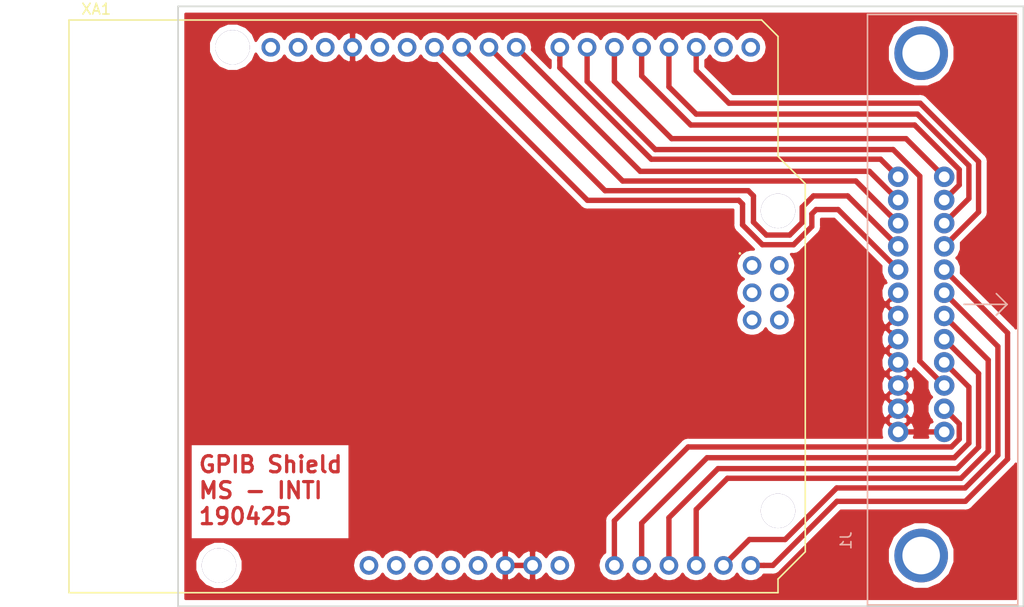
<source format=kicad_pcb>
(kicad_pcb (version 20171130) (host pcbnew 5.0.1-33cea8e~68~ubuntu18.04.1)

  (general
    (thickness 1.6)
    (drawings 5)
    (tracks 102)
    (zones 0)
    (modules 2)
    (nets 36)
  )

  (page A4)
  (layers
    (0 F.Cu signal)
    (31 B.Cu signal)
    (32 B.Adhes user)
    (33 F.Adhes user)
    (34 B.Paste user)
    (35 F.Paste user)
    (36 B.SilkS user)
    (37 F.SilkS user)
    (38 B.Mask user)
    (39 F.Mask user)
    (40 Dwgs.User user)
    (41 Cmts.User user)
    (42 Eco1.User user)
    (43 Eco2.User user)
    (44 Edge.Cuts user)
    (45 Margin user)
    (46 B.CrtYd user)
    (47 F.CrtYd user)
    (48 B.Fab user)
    (49 F.Fab user)
  )

  (setup
    (last_trace_width 0.5)
    (trace_clearance 0.4)
    (zone_clearance 0.508)
    (zone_45_only no)
    (trace_min 0.2)
    (segment_width 0.2)
    (edge_width 0.15)
    (via_size 0.8)
    (via_drill 0.4)
    (via_min_size 0.4)
    (via_min_drill 0.3)
    (uvia_size 0.3)
    (uvia_drill 0.1)
    (uvias_allowed no)
    (uvia_min_size 0.2)
    (uvia_min_drill 0.1)
    (pcb_text_width 0.3)
    (pcb_text_size 1.5 1.5)
    (mod_edge_width 0.15)
    (mod_text_size 1 1)
    (mod_text_width 0.15)
    (pad_size 3.2 3.2)
    (pad_drill 3.2)
    (pad_to_mask_clearance 0.051)
    (solder_mask_min_width 0.25)
    (aux_axis_origin 0 0)
    (visible_elements FFFFFF7F)
    (pcbplotparams
      (layerselection 0x010fc_ffffffff)
      (usegerberextensions false)
      (usegerberattributes false)
      (usegerberadvancedattributes false)
      (creategerberjobfile false)
      (excludeedgelayer true)
      (linewidth 0.100000)
      (plotframeref false)
      (viasonmask false)
      (mode 1)
      (useauxorigin false)
      (hpglpennumber 1)
      (hpglpenspeed 20)
      (hpglpendiameter 15.000000)
      (psnegative false)
      (psa4output false)
      (plotreference true)
      (plotvalue true)
      (plotinvisibletext false)
      (padsonsilk false)
      (subtractmaskfromsilk false)
      (outputformat 1)
      (mirror false)
      (drillshape 1)
      (scaleselection 1)
      (outputdirectory "export"))
  )

  (net 0 "")
  (net 1 "Net-(XA1-PadRST2)")
  (net 2 "Net-(XA1-PadGND4)")
  (net 3 "Net-(XA1-PadMOSI)")
  (net 4 "Net-(XA1-PadSCK)")
  (net 5 "Net-(XA1-Pad5V2)")
  (net 6 "Net-(XA1-PadVIN)")
  (net 7 "Net-(XA1-Pad5V1)")
  (net 8 "Net-(XA1-Pad3V3)")
  (net 9 "Net-(XA1-PadRST1)")
  (net 10 "Net-(XA1-PadIORF)")
  (net 11 "Net-(XA1-PadD0)")
  (net 12 "Net-(XA1-PadD1)")
  (net 13 "Net-(XA1-PadSCL)")
  (net 14 "Net-(XA1-PadSDA)")
  (net 15 "Net-(XA1-PadAREF)")
  (net 16 "Net-(XA1-PadD13)")
  (net 17 "Net-(XA1-PadMISO)")
  (net 18 /GND)
  (net 19 "Net-(XA1-PadD12)")
  (net 20 DIO1)
  (net 21 DIO2)
  (net 22 DIO3)
  (net 23 DIO4)
  (net 24 EOI)
  (net 25 DAV)
  (net 26 NRFD)
  (net 27 NDAC)
  (net 28 IFC)
  (net 29 SRQ)
  (net 30 ATN)
  (net 31 DIO5)
  (net 32 DIO6)
  (net 33 DIO7)
  (net 34 DIO8)
  (net 35 REN)

  (net_class Default "This is the default net class."
    (clearance 0.4)
    (trace_width 0.5)
    (via_dia 0.8)
    (via_drill 0.4)
    (uvia_dia 0.3)
    (uvia_drill 0.1)
    (add_net /GND)
    (add_net ATN)
    (add_net DAV)
    (add_net DIO1)
    (add_net DIO2)
    (add_net DIO3)
    (add_net DIO4)
    (add_net DIO5)
    (add_net DIO6)
    (add_net DIO7)
    (add_net DIO8)
    (add_net EOI)
    (add_net IFC)
    (add_net NDAC)
    (add_net NRFD)
    (add_net "Net-(XA1-Pad3V3)")
    (add_net "Net-(XA1-Pad5V1)")
    (add_net "Net-(XA1-Pad5V2)")
    (add_net "Net-(XA1-PadAREF)")
    (add_net "Net-(XA1-PadD0)")
    (add_net "Net-(XA1-PadD1)")
    (add_net "Net-(XA1-PadD12)")
    (add_net "Net-(XA1-PadD13)")
    (add_net "Net-(XA1-PadGND4)")
    (add_net "Net-(XA1-PadIORF)")
    (add_net "Net-(XA1-PadMISO)")
    (add_net "Net-(XA1-PadMOSI)")
    (add_net "Net-(XA1-PadRST1)")
    (add_net "Net-(XA1-PadRST2)")
    (add_net "Net-(XA1-PadSCK)")
    (add_net "Net-(XA1-PadSCL)")
    (add_net "Net-(XA1-PadSDA)")
    (add_net "Net-(XA1-PadVIN)")
    (add_net REN)
    (add_net SRQ)
  )

  (module gpib_connectors:112-024-113R001-GPIB (layer B.Cu) (tedit 5CCC9C46) (tstamp 5CEE2DE9)
    (at 170.815 109.67 270)
    (path /5CBE242E)
    (fp_text reference J1 (at 22 7 270) (layer B.SilkS)
      (effects (font (size 1 1) (thickness 0.15)) (justify mirror))
    )
    (fp_text value GPIB_connector (at 9 7 270) (layer B.Fab)
      (effects (font (size 1 1) (thickness 0.15)) (justify mirror))
    )
    (fp_line (start -27 5) (end 28 5) (layer B.SilkS) (width 0.15))
    (fp_line (start 28 5) (end 28 -9) (layer B.SilkS) (width 0.15))
    (fp_line (start -27 5) (end -27 -9) (layer B.SilkS) (width 0.15))
    (fp_line (start 0 -4) (end 0 -8) (layer B.SilkS) (width 0.15))
    (fp_line (start 0 -8) (end 1 -7) (layer B.SilkS) (width 0.15))
    (fp_line (start 1 -7) (end 0 -8) (layer B.SilkS) (width 0.15))
    (fp_line (start 0 -8) (end -1 -7) (layer B.SilkS) (width 0.15))
    (fp_line (start -27 -9) (end 28 -9) (layer B.SilkS) (width 0.15))
    (pad 1 thru_hole circle (at -11.88 -2.145 270) (size 1.9 1.9) (drill 1) (layers *.Cu *.Mask)
      (net 20 DIO1))
    (pad 2 thru_hole circle (at -9.72 -2.145 270) (size 1.9 1.9) (drill 1) (layers *.Cu *.Mask)
      (net 21 DIO2))
    (pad 3 thru_hole circle (at -7.56 -2.145 270) (size 1.9 1.9) (drill 1) (layers *.Cu *.Mask)
      (net 22 DIO3))
    (pad 4 thru_hole circle (at -5.4 -2.145 270) (size 1.9 1.9) (drill 1) (layers *.Cu *.Mask)
      (net 23 DIO4))
    (pad 5 thru_hole circle (at -3.24 -2.145 270) (size 1.9 1.9) (drill 1) (layers *.Cu *.Mask)
      (net 24 EOI))
    (pad 6 thru_hole circle (at -1.08 -2.145 270) (size 1.9 1.9) (drill 1) (layers *.Cu *.Mask)
      (net 25 DAV))
    (pad 7 thru_hole circle (at 1.08 -2.145 270) (size 1.9 1.9) (drill 1) (layers *.Cu *.Mask)
      (net 26 NRFD))
    (pad 8 thru_hole circle (at 3.24 -2.145 270) (size 1.9 1.9) (drill 1) (layers *.Cu *.Mask)
      (net 27 NDAC))
    (pad 9 thru_hole circle (at 5.4 -2.145 270) (size 1.9 1.9) (drill 1) (layers *.Cu *.Mask)
      (net 28 IFC))
    (pad 10 thru_hole circle (at 7.56 -2.145 270) (size 1.9 1.9) (drill 1) (layers *.Cu *.Mask)
      (net 29 SRQ))
    (pad 11 thru_hole circle (at 9.72 -2.145 270) (size 1.9 1.9) (drill 1) (layers *.Cu *.Mask)
      (net 30 ATN))
    (pad 12 thru_hole circle (at 11.88 -2.145 270) (size 1.9 1.9) (drill 1) (layers *.Cu *.Mask)
      (net 18 /GND))
    (pad 13 thru_hole circle (at -11.88 2.145 270) (size 1.9 1.9) (drill 1) (layers *.Cu *.Mask)
      (net 31 DIO5))
    (pad 14 thru_hole circle (at -9.72 2.145 270) (size 1.9 1.9) (drill 1) (layers *.Cu *.Mask)
      (net 32 DIO6))
    (pad 15 thru_hole circle (at -7.56 2.145 270) (size 1.9 1.9) (drill 1) (layers *.Cu *.Mask)
      (net 33 DIO7))
    (pad 16 thru_hole circle (at -5.4 2.145 270) (size 1.9 1.9) (drill 1) (layers *.Cu *.Mask)
      (net 34 DIO8))
    (pad 17 thru_hole circle (at -3.24 2.145 270) (size 1.9 1.9) (drill 1) (layers *.Cu *.Mask)
      (net 35 REN))
    (pad 18 thru_hole circle (at -1.08 2.145 270) (size 1.9 1.9) (drill 1) (layers *.Cu *.Mask)
      (net 18 /GND))
    (pad 19 thru_hole circle (at 1.08 2.145 270) (size 1.9 1.9) (drill 1) (layers *.Cu *.Mask)
      (net 18 /GND))
    (pad 20 thru_hole circle (at 3.24 2.145 270) (size 1.9 1.9) (drill 1) (layers *.Cu *.Mask)
      (net 18 /GND))
    (pad 21 thru_hole circle (at 5.4 2.145 270) (size 1.9 1.9) (drill 1) (layers *.Cu *.Mask)
      (net 18 /GND))
    (pad 22 thru_hole circle (at 7.56 2.145 270) (size 1.9 1.9) (drill 1) (layers *.Cu *.Mask)
      (net 18 /GND))
    (pad 23 thru_hole circle (at 9.72 2.145 270) (size 1.9 1.9) (drill 1) (layers *.Cu *.Mask)
      (net 18 /GND))
    (pad 24 thru_hole circle (at 11.88 2.145 270) (size 1.9 1.9) (drill 1) (layers *.Cu *.Mask)
      (net 18 /GND))
    (pad "" thru_hole circle (at -23.395 0 270) (size 5 5) (drill 3.5) (layers *.Cu *.Mask))
    (pad "" thru_hole circle (at 23.395 0 270) (size 5 5) (drill 3.5) (layers *.Cu *.Mask))
  )

  (module Arduino:Arduino_Uno_Shield (layer F.Cu) (tedit 5CCC9D69) (tstamp 5CEE2A9E)
    (at 91.44 136.525)
    (descr https://store.arduino.cc/arduino-uno-rev3)
    (path /5CC1CE70)
    (fp_text reference XA1 (at 2.54 -54.356) (layer F.SilkS)
      (effects (font (size 1 1) (thickness 0.15)))
    )
    (fp_text value Arduino_Uno_Shield (at 15.494 -54.356) (layer F.Fab)
      (effects (font (size 1 1) (thickness 0.15)))
    )
    (fp_line (start 0 -53.34) (end 64.516 -53.34) (layer F.SilkS) (width 0.15))
    (fp_line (start 0 0) (end 66.04 0) (layer F.SilkS) (width 0.15))
    (fp_line (start 64.516 -53.34) (end 66.04 -51.816) (layer F.SilkS) (width 0.15))
    (fp_line (start 66.04 0) (end 66.04 -1.27) (layer F.SilkS) (width 0.15))
    (fp_line (start 66.04 -1.27) (end 68.58 -3.81) (layer F.SilkS) (width 0.15))
    (fp_line (start 68.58 -3.81) (end 68.58 -38.1) (layer F.SilkS) (width 0.15))
    (fp_line (start 68.58 -38.1) (end 66.04 -40.64) (layer F.SilkS) (width 0.15))
    (fp_line (start 66.04 -40.64) (end 66.04 -51.816) (layer F.SilkS) (width 0.15))
    (fp_line (start 0 -53.34) (end 0 0) (layer F.SilkS) (width 0.15))
    (fp_line (start -1.905 -12.065) (end 11.43 -12.065) (layer B.CrtYd) (width 0.15))
    (fp_line (start -1.905 -12.065) (end -1.905 -3.175) (layer B.CrtYd) (width 0.15))
    (fp_line (start -1.905 -3.175) (end 11.43 -3.175) (layer B.CrtYd) (width 0.15))
    (fp_line (start 11.43 -12.065) (end 11.43 -3.175) (layer B.CrtYd) (width 0.15))
    (fp_text user . (at 62.484 -32.004) (layer F.SilkS)
      (effects (font (size 1 1) (thickness 0.15)))
    )
    (fp_line (start -6.35 -43.815) (end -6.35 -32.385) (layer B.CrtYd) (width 0.15))
    (fp_line (start 9.525 -43.815) (end 9.525 -32.385) (layer B.CrtYd) (width 0.15))
    (fp_line (start 9.525 -43.815) (end -6.35 -43.815) (layer B.CrtYd) (width 0.15))
    (fp_line (start 9.525 -32.385) (end -6.35 -32.385) (layer B.CrtYd) (width 0.15))
    (pad MISO thru_hole oval (at 63.627 -30.48) (size 1.7272 1.7272) (drill 1.016) (layers *.Cu *.Mask)
      (net 17 "Net-(XA1-PadMISO)"))
    (pad A5 thru_hole oval (at 63.5 -2.54) (size 1.7272 1.7272) (drill 1.016) (layers *.Cu *.Mask)
      (net 24 EOI))
    (pad A4 thru_hole oval (at 60.96 -2.54) (size 1.7272 1.7272) (drill 1.016) (layers *.Cu *.Mask)
      (net 25 DAV))
    (pad A3 thru_hole oval (at 58.42 -2.54) (size 1.7272 1.7272) (drill 1.016) (layers *.Cu *.Mask)
      (net 26 NRFD))
    (pad A2 thru_hole oval (at 55.88 -2.54) (size 1.7272 1.7272) (drill 1.016) (layers *.Cu *.Mask)
      (net 27 NDAC))
    (pad A1 thru_hole oval (at 53.34 -2.54) (size 1.7272 1.7272) (drill 1.016) (layers *.Cu *.Mask)
      (net 28 IFC))
    (pad "" thru_hole oval (at 27.94 -2.54) (size 1.7272 1.7272) (drill 1.016) (layers *.Cu *.Mask))
    (pad D11 thru_hole oval (at 34.036 -50.8) (size 1.7272 1.7272) (drill 1.016) (layers *.Cu *.Mask)
      (net 35 REN))
    (pad D12 thru_hole oval (at 31.496 -50.8) (size 1.7272 1.7272) (drill 1.016) (layers *.Cu *.Mask)
      (net 19 "Net-(XA1-PadD12)"))
    (pad D13 thru_hole oval (at 28.956 -50.8) (size 1.7272 1.7272) (drill 1.016) (layers *.Cu *.Mask)
      (net 16 "Net-(XA1-PadD13)"))
    (pad AREF thru_hole oval (at 23.876 -50.8) (size 1.7272 1.7272) (drill 1.016) (layers *.Cu *.Mask)
      (net 15 "Net-(XA1-PadAREF)"))
    (pad SDA thru_hole oval (at 21.336 -50.8) (size 1.7272 1.7272) (drill 1.016) (layers *.Cu *.Mask)
      (net 14 "Net-(XA1-PadSDA)"))
    (pad SCL thru_hole oval (at 18.796 -50.8) (size 1.7272 1.7272) (drill 1.016) (layers *.Cu *.Mask)
      (net 13 "Net-(XA1-PadSCL)"))
    (pad "" thru_hole circle (at 13.97 -2.54) (size 3.2 3.2) (drill 3.2) (layers *.Cu *.Mask))
    (pad "" thru_hole circle (at 15.24 -50.8) (size 3.2 3.2) (drill 3.2) (layers *.Cu *.Mask))
    (pad "" thru_hole circle (at 66.04 -35.56) (size 3.2 3.2) (drill 3.2) (layers *.Cu *.Mask))
    (pad "" thru_hole circle (at 66.04 -7.62) (size 3.2 3.2) (drill 3.2) (layers *.Cu *.Mask))
    (pad D10 thru_hole oval (at 36.576 -50.8) (size 1.7272 1.7272) (drill 1.016) (layers *.Cu *.Mask)
      (net 34 DIO8))
    (pad D9 thru_hole oval (at 39.116 -50.8) (size 1.7272 1.7272) (drill 1.016) (layers *.Cu *.Mask)
      (net 33 DIO7))
    (pad D8 thru_hole oval (at 41.656 -50.8) (size 1.7272 1.7272) (drill 1.016) (layers *.Cu *.Mask)
      (net 32 DIO6))
    (pad GND1 thru_hole oval (at 26.416 -50.8) (size 1.7272 1.7272) (drill 1.016) (layers *.Cu *.Mask)
      (net 18 /GND))
    (pad D7 thru_hole oval (at 45.72 -50.8) (size 1.7272 1.7272) (drill 1.016) (layers *.Cu *.Mask)
      (net 31 DIO5))
    (pad D6 thru_hole oval (at 48.26 -50.8) (size 1.7272 1.7272) (drill 1.016) (layers *.Cu *.Mask)
      (net 29 SRQ))
    (pad D5 thru_hole oval (at 50.8 -50.8) (size 1.7272 1.7272) (drill 1.016) (layers *.Cu *.Mask)
      (net 20 DIO1))
    (pad D4 thru_hole oval (at 53.34 -50.8) (size 1.7272 1.7272) (drill 1.016) (layers *.Cu *.Mask)
      (net 21 DIO2))
    (pad D3 thru_hole oval (at 55.88 -50.8) (size 1.7272 1.7272) (drill 1.016) (layers *.Cu *.Mask)
      (net 22 DIO3))
    (pad D2 thru_hole oval (at 58.42 -50.8) (size 1.7272 1.7272) (drill 1.016) (layers *.Cu *.Mask)
      (net 23 DIO4))
    (pad D1 thru_hole oval (at 60.96 -50.8) (size 1.7272 1.7272) (drill 1.016) (layers *.Cu *.Mask)
      (net 12 "Net-(XA1-PadD1)"))
    (pad D0 thru_hole oval (at 63.5 -50.8) (size 1.7272 1.7272) (drill 1.016) (layers *.Cu *.Mask)
      (net 11 "Net-(XA1-PadD0)"))
    (pad IORF thru_hole oval (at 30.48 -2.54) (size 1.7272 1.7272) (drill 1.016) (layers *.Cu *.Mask)
      (net 10 "Net-(XA1-PadIORF)"))
    (pad RST1 thru_hole oval (at 33.02 -2.54) (size 1.7272 1.7272) (drill 1.016) (layers *.Cu *.Mask)
      (net 9 "Net-(XA1-PadRST1)"))
    (pad 3V3 thru_hole oval (at 35.56 -2.54) (size 1.7272 1.7272) (drill 1.016) (layers *.Cu *.Mask)
      (net 8 "Net-(XA1-Pad3V3)"))
    (pad 5V1 thru_hole oval (at 38.1 -2.54) (size 1.7272 1.7272) (drill 1.016) (layers *.Cu *.Mask)
      (net 7 "Net-(XA1-Pad5V1)"))
    (pad GND2 thru_hole oval (at 40.64 -2.54) (size 1.7272 1.7272) (drill 1.016) (layers *.Cu *.Mask)
      (net 18 /GND))
    (pad GND3 thru_hole oval (at 43.18 -2.54) (size 1.7272 1.7272) (drill 1.016) (layers *.Cu *.Mask)
      (net 18 /GND))
    (pad VIN thru_hole oval (at 45.72 -2.54) (size 1.7272 1.7272) (drill 1.016) (layers *.Cu *.Mask)
      (net 6 "Net-(XA1-PadVIN)"))
    (pad A0 thru_hole oval (at 50.8 -2.54) (size 1.7272 1.7272) (drill 1.016) (layers *.Cu *.Mask)
      (net 30 ATN))
    (pad 5V2 thru_hole oval (at 66.167 -30.48) (size 1.7272 1.7272) (drill 1.016) (layers *.Cu *.Mask)
      (net 5 "Net-(XA1-Pad5V2)"))
    (pad SCK thru_hole oval (at 63.627 -27.94) (size 1.7272 1.7272) (drill 1.016) (layers *.Cu *.Mask)
      (net 4 "Net-(XA1-PadSCK)"))
    (pad MOSI thru_hole oval (at 66.167 -27.94) (size 1.7272 1.7272) (drill 1.016) (layers *.Cu *.Mask)
      (net 3 "Net-(XA1-PadMOSI)"))
    (pad GND4 thru_hole oval (at 66.167 -25.4) (size 1.7272 1.7272) (drill 1.016) (layers *.Cu *.Mask)
      (net 2 "Net-(XA1-PadGND4)"))
    (pad RST2 thru_hole oval (at 63.627 -25.4) (size 1.7272 1.7272) (drill 1.016) (layers *.Cu *.Mask)
      (net 1 "Net-(XA1-PadRST2)"))
  )

  (gr_line (start 180.34 81.915) (end 180.34 137.795) (layer Edge.Cuts) (width 0.15))
  (gr_line (start 101.6 81.915) (end 180.34 81.915) (layer Edge.Cuts) (width 0.15))
  (gr_line (start 180.34 137.795) (end 101.6 137.795) (layer Edge.Cuts) (width 0.15))
  (gr_line (start 101.6 137.795) (end 101.6 81.915) (layer Edge.Cuts) (width 0.15))
  (gr_text "GPIB Shield\nMS - INTI\n190425" (at 103.378 127) (layer F.Cu)
    (effects (font (size 1.5 1.5) (thickness 0.3)) (justify left))
  )

  (segment (start 142.24 88.9) (end 142.24 85.725) (width 0.5) (layer F.Cu) (net 20))
  (segment (start 147.574 94.234) (end 142.24 88.9) (width 0.5) (layer F.Cu) (net 20))
  (segment (start 172.96 97.79) (end 169.404 94.234) (width 0.5) (layer F.Cu) (net 20))
  (segment (start 169.404 94.234) (end 147.574 94.234) (width 0.5) (layer F.Cu) (net 20))
  (segment (start 149.352 92.964) (end 144.78 88.392) (width 0.5) (layer F.Cu) (net 21))
  (segment (start 170.206002 92.964) (end 149.352 92.964) (width 0.5) (layer F.Cu) (net 21))
  (segment (start 174.360001 97.117999) (end 170.206002 92.964) (width 0.5) (layer F.Cu) (net 21))
  (segment (start 144.78 88.392) (end 144.78 85.725) (width 0.5) (layer F.Cu) (net 21))
  (segment (start 172.96 99.95) (end 174.360001 98.549999) (width 0.5) (layer F.Cu) (net 21))
  (segment (start 174.360001 98.549999) (end 174.360001 97.117999) (width 0.5) (layer F.Cu) (net 21))
  (segment (start 147.32 89.408) (end 147.32 85.725) (width 0.5) (layer F.Cu) (net 22))
  (segment (start 175.26001 96.745202) (end 170.462808 91.948) (width 0.5) (layer F.Cu) (net 22))
  (segment (start 149.86 91.948) (end 147.32 89.408) (width 0.5) (layer F.Cu) (net 22))
  (segment (start 172.96 102.11) (end 175.260011 99.809989) (width 0.5) (layer F.Cu) (net 22))
  (segment (start 170.462808 91.948) (end 149.86 91.948) (width 0.5) (layer F.Cu) (net 22))
  (segment (start 175.260011 99.809989) (end 175.26001 96.745202) (width 0.5) (layer F.Cu) (net 22))
  (segment (start 176.160019 96.372405) (end 176.160019 101.069981) (width 0.5) (layer F.Cu) (net 23))
  (segment (start 170.719614 90.932) (end 176.160019 96.372405) (width 0.5) (layer F.Cu) (net 23))
  (segment (start 152.908 90.932) (end 170.719614 90.932) (width 0.5) (layer F.Cu) (net 23))
  (segment (start 149.86 85.725) (end 149.86 87.884) (width 0.5) (layer F.Cu) (net 23))
  (segment (start 176.160019 101.069981) (end 172.96 104.27) (width 0.5) (layer F.Cu) (net 23))
  (segment (start 149.86 87.884) (end 152.908 90.932) (width 0.5) (layer F.Cu) (net 23))
  (segment (start 178.860046 124.085986) (end 174.930032 128.016) (width 0.5) (layer F.Cu) (net 24))
  (segment (start 172.96 106.43) (end 178.860047 112.330047) (width 0.5) (layer F.Cu) (net 24))
  (segment (start 178.860047 112.330047) (end 178.860046 124.085986) (width 0.5) (layer F.Cu) (net 24))
  (segment (start 157.002808 133.985) (end 156.161314 133.985) (width 0.5) (layer F.Cu) (net 24))
  (segment (start 156.161314 133.985) (end 154.94 133.985) (width 0.5) (layer F.Cu) (net 24))
  (segment (start 162.971808 128.016) (end 157.002808 133.985) (width 0.5) (layer F.Cu) (net 24))
  (segment (start 174.930032 128.016) (end 162.971808 128.016) (width 0.5) (layer F.Cu) (net 24))
  (segment (start 177.960037 123.713189) (end 174.905206 126.76802) (width 0.5) (layer F.Cu) (net 25))
  (segment (start 172.96 108.59) (end 177.960038 113.590038) (width 0.5) (layer F.Cu) (net 25))
  (segment (start 177.960038 113.590038) (end 177.960037 123.713189) (width 0.5) (layer F.Cu) (net 25))
  (segment (start 162.946982 126.76802) (end 158.143002 131.572) (width 0.5) (layer F.Cu) (net 25))
  (segment (start 174.905206 126.76802) (end 162.946982 126.76802) (width 0.5) (layer F.Cu) (net 25))
  (segment (start 154.813 131.572) (end 152.4 133.985) (width 0.5) (layer F.Cu) (net 25))
  (segment (start 158.143002 131.572) (end 154.813 131.572) (width 0.5) (layer F.Cu) (net 25))
  (segment (start 149.86 128.778) (end 149.86 133.985) (width 0.5) (layer F.Cu) (net 26))
  (segment (start 152.76999 125.86801) (end 149.86 128.778) (width 0.5) (layer F.Cu) (net 26))
  (segment (start 174.53241 125.86801) (end 152.76999 125.86801) (width 0.5) (layer F.Cu) (net 26))
  (segment (start 172.96 110.75) (end 177.060028 114.850028) (width 0.5) (layer F.Cu) (net 26))
  (segment (start 177.060028 123.340392) (end 174.53241 125.86801) (width 0.5) (layer F.Cu) (net 26))
  (segment (start 177.060028 114.850028) (end 177.060028 123.340392) (width 0.5) (layer F.Cu) (net 26))
  (segment (start 174.159614 124.968) (end 151.892 124.968) (width 0.5) (layer F.Cu) (net 27))
  (segment (start 151.892 124.968) (end 147.32 129.54) (width 0.5) (layer F.Cu) (net 27))
  (segment (start 172.96 112.91) (end 176.16002 116.11002) (width 0.5) (layer F.Cu) (net 27))
  (segment (start 147.32 129.54) (end 147.32 133.985) (width 0.5) (layer F.Cu) (net 27))
  (segment (start 176.160019 122.967595) (end 174.159614 124.968) (width 0.5) (layer F.Cu) (net 27))
  (segment (start 176.16002 116.11002) (end 176.160019 122.967595) (width 0.5) (layer F.Cu) (net 27))
  (segment (start 175.26001 122.594798) (end 173.902808 123.952) (width 0.5) (layer F.Cu) (net 28))
  (segment (start 172.96 115.07) (end 175.260011 117.370011) (width 0.5) (layer F.Cu) (net 28))
  (segment (start 175.260011 117.370011) (end 175.26001 122.594798) (width 0.5) (layer F.Cu) (net 28))
  (segment (start 173.902808 123.952) (end 150.876 123.952) (width 0.5) (layer F.Cu) (net 28))
  (segment (start 144.78 130.048) (end 144.78 133.985) (width 0.5) (layer F.Cu) (net 28))
  (segment (start 150.876 123.952) (end 144.78 130.048) (width 0.5) (layer F.Cu) (net 28))
  (segment (start 139.7 88.9) (end 139.7 85.725) (width 0.5) (layer F.Cu) (net 29))
  (segment (start 146.05 95.25) (end 139.7 88.9) (width 0.5) (layer F.Cu) (net 29))
  (segment (start 168.202002 95.25) (end 146.05 95.25) (width 0.5) (layer F.Cu) (net 29))
  (segment (start 170.688 97.735998) (end 168.202002 95.25) (width 0.5) (layer F.Cu) (net 29))
  (segment (start 172.96 117.23) (end 170.688 114.958) (width 0.5) (layer F.Cu) (net 29))
  (segment (start 170.688 114.958) (end 170.688 97.735998) (width 0.5) (layer F.Cu) (net 29))
  (segment (start 142.24 129.822002) (end 142.24 133.985) (width 0.5) (layer F.Cu) (net 30))
  (segment (start 149.112001 122.950001) (end 142.24 129.822002) (width 0.5) (layer F.Cu) (net 30))
  (segment (start 173.632001 122.950001) (end 149.112001 122.950001) (width 0.5) (layer F.Cu) (net 30))
  (segment (start 172.96 119.39) (end 174.360001 120.790001) (width 0.5) (layer F.Cu) (net 30))
  (segment (start 174.360001 122.222001) (end 173.632001 122.950001) (width 0.5) (layer F.Cu) (net 30))
  (segment (start 174.360001 120.790001) (end 174.360001 122.222001) (width 0.5) (layer F.Cu) (net 30))
  (segment (start 168.67 97.79) (end 167.03001 96.15001) (width 0.5) (layer F.Cu) (net 31))
  (segment (start 137.16 87.632806) (end 137.16 86.946314) (width 0.5) (layer F.Cu) (net 31))
  (segment (start 137.16 86.946314) (end 137.16 85.725) (width 0.5) (layer F.Cu) (net 31))
  (segment (start 145.677203 96.150009) (end 137.16 87.632806) (width 0.5) (layer F.Cu) (net 31))
  (segment (start 167.03001 96.15001) (end 145.677203 96.150009) (width 0.5) (layer F.Cu) (net 31))
  (segment (start 168.67 99.95) (end 166.002 97.282) (width 0.5) (layer F.Cu) (net 32))
  (segment (start 144.653 97.282) (end 133.096 85.725) (width 0.5) (layer F.Cu) (net 32))
  (segment (start 166.002 97.282) (end 144.653 97.282) (width 0.5) (layer F.Cu) (net 32))
  (segment (start 167.920001 101.360001) (end 167.908001 101.360001) (width 0.5) (layer F.Cu) (net 33))
  (segment (start 168.67 102.11) (end 167.920001 101.360001) (width 0.5) (layer F.Cu) (net 33))
  (segment (start 167.908001 101.360001) (end 164.73001 98.18201) (width 0.5) (layer F.Cu) (net 33))
  (segment (start 143.01301 98.18201) (end 130.556 85.725) (width 0.5) (layer F.Cu) (net 33))
  (segment (start 164.73001 98.18201) (end 143.01301 98.18201) (width 0.5) (layer F.Cu) (net 33))
  (segment (start 155.194 99.568) (end 154.70802 99.08202) (width 0.5) (layer F.Cu) (net 34))
  (segment (start 155.194 102.009002) (end 155.194 99.568) (width 0.5) (layer F.Cu) (net 34))
  (segment (start 163.968 99.568) (end 160.782 99.568) (width 0.5) (layer F.Cu) (net 34))
  (segment (start 159.730001 100.619999) (end 159.730001 102.045001) (width 0.5) (layer F.Cu) (net 34))
  (segment (start 158.560001 103.215001) (end 156.399999 103.215001) (width 0.5) (layer F.Cu) (net 34))
  (segment (start 168.67 104.27) (end 163.968 99.568) (width 0.5) (layer F.Cu) (net 34))
  (segment (start 141.37302 99.08202) (end 128.016 85.725) (width 0.5) (layer F.Cu) (net 34))
  (segment (start 154.70802 99.08202) (end 141.37302 99.08202) (width 0.5) (layer F.Cu) (net 34))
  (segment (start 160.782 99.568) (end 159.730001 100.619999) (width 0.5) (layer F.Cu) (net 34))
  (segment (start 156.399999 103.215001) (end 155.194 102.009002) (width 0.5) (layer F.Cu) (net 34))
  (segment (start 159.730001 102.045001) (end 158.560001 103.215001) (width 0.5) (layer F.Cu) (net 34))
  (segment (start 154.178 100.33) (end 153.83003 99.98203) (width 0.5) (layer F.Cu) (net 35))
  (segment (start 154.178 102.265808) (end 154.178 100.33) (width 0.5) (layer F.Cu) (net 35))
  (segment (start 163.078 100.838) (end 161.036 100.838) (width 0.5) (layer F.Cu) (net 35))
  (segment (start 156.027202 104.11501) (end 154.178 102.265808) (width 0.5) (layer F.Cu) (net 35))
  (segment (start 160.63001 102.417798) (end 158.932797 104.115011) (width 0.5) (layer F.Cu) (net 35))
  (segment (start 139.73303 99.98203) (end 125.476 85.725) (width 0.5) (layer F.Cu) (net 35))
  (segment (start 168.67 106.43) (end 163.078 100.838) (width 0.5) (layer F.Cu) (net 35))
  (segment (start 161.036 100.838) (end 160.630011 101.243989) (width 0.5) (layer F.Cu) (net 35))
  (segment (start 160.630011 101.243989) (end 160.63001 102.417798) (width 0.5) (layer F.Cu) (net 35))
  (segment (start 153.83003 99.98203) (end 139.73303 99.98203) (width 0.5) (layer F.Cu) (net 35))
  (segment (start 158.932797 104.115011) (end 156.027202 104.11501) (width 0.5) (layer F.Cu) (net 35))
  (segment (start 172.96 121.55) (end 168.67 121.55) (width 0.5) (layer F.Cu) (net 18))

  (zone (net 18) (net_name /GND) (layer F.Cu) (tstamp 0) (hatch edge 0.508)
    (connect_pads (clearance 0.508))
    (min_thickness 0.254)
    (fill yes (arc_segments 16) (thermal_gap 0.508) (thermal_bridge_width 0.508))
    (polygon
      (pts
        (xy 101.6 81.915) (xy 180.34 81.915) (xy 180.34 137.795) (xy 101.6 137.795)
      )
    )
    (filled_polygon
      (pts
        (xy 179.630001 111.889406) (xy 179.547471 111.765892) (xy 179.547468 111.765889) (xy 179.498096 111.691999) (xy 179.424206 111.642627)
        (xy 174.539685 106.758107) (xy 174.545 106.745276) (xy 174.545 106.114724) (xy 174.303698 105.53217) (xy 174.121528 105.35)
        (xy 174.303698 105.16783) (xy 174.545 104.585276) (xy 174.545 103.954724) (xy 174.539685 103.941893) (xy 176.724175 101.757404)
        (xy 176.798068 101.70803) (xy 176.906437 101.545846) (xy 176.926739 101.515461) (xy 176.993671 101.415291) (xy 177.045019 101.157146)
        (xy 177.045019 101.157142) (xy 177.062356 101.069982) (xy 177.045019 100.982822) (xy 177.045019 96.459566) (xy 177.062356 96.372405)
        (xy 177.045019 96.285244) (xy 177.045019 96.28524) (xy 176.993671 96.027095) (xy 176.847443 95.80825) (xy 176.847442 95.808249)
        (xy 176.798068 95.734356) (xy 176.724175 95.684982) (xy 171.407039 90.367847) (xy 171.357663 90.293951) (xy 171.064924 90.098348)
        (xy 170.806779 90.047) (xy 170.806775 90.047) (xy 170.719614 90.029663) (xy 170.632453 90.047) (xy 153.274579 90.047)
        (xy 150.745 87.517422) (xy 150.745 86.936012) (xy 150.94043 86.80543) (xy 151.13 86.521719) (xy 151.31957 86.80543)
        (xy 151.815275 87.13665) (xy 152.252402 87.2236) (xy 152.547598 87.2236) (xy 152.984725 87.13665) (xy 153.48043 86.80543)
        (xy 153.67 86.521719) (xy 153.85957 86.80543) (xy 154.355275 87.13665) (xy 154.792402 87.2236) (xy 155.087598 87.2236)
        (xy 155.524725 87.13665) (xy 156.02043 86.80543) (xy 156.35165 86.309725) (xy 156.467959 85.725) (xy 156.453322 85.65141)
        (xy 167.68 85.65141) (xy 167.68 86.89859) (xy 168.157276 88.050835) (xy 169.039165 88.932724) (xy 170.19141 89.41)
        (xy 171.43859 89.41) (xy 172.590835 88.932724) (xy 173.472724 88.050835) (xy 173.95 86.89859) (xy 173.95 85.65141)
        (xy 173.472724 84.499165) (xy 172.590835 83.617276) (xy 171.43859 83.14) (xy 170.19141 83.14) (xy 169.039165 83.617276)
        (xy 168.157276 84.499165) (xy 167.68 85.65141) (xy 156.453322 85.65141) (xy 156.35165 85.140275) (xy 156.02043 84.64457)
        (xy 155.524725 84.31335) (xy 155.087598 84.2264) (xy 154.792402 84.2264) (xy 154.355275 84.31335) (xy 153.85957 84.64457)
        (xy 153.67 84.928281) (xy 153.48043 84.64457) (xy 152.984725 84.31335) (xy 152.547598 84.2264) (xy 152.252402 84.2264)
        (xy 151.815275 84.31335) (xy 151.31957 84.64457) (xy 151.13 84.928281) (xy 150.94043 84.64457) (xy 150.444725 84.31335)
        (xy 150.007598 84.2264) (xy 149.712402 84.2264) (xy 149.275275 84.31335) (xy 148.77957 84.64457) (xy 148.59 84.928281)
        (xy 148.40043 84.64457) (xy 147.904725 84.31335) (xy 147.467598 84.2264) (xy 147.172402 84.2264) (xy 146.735275 84.31335)
        (xy 146.23957 84.64457) (xy 146.05 84.928281) (xy 145.86043 84.64457) (xy 145.364725 84.31335) (xy 144.927598 84.2264)
        (xy 144.632402 84.2264) (xy 144.195275 84.31335) (xy 143.69957 84.64457) (xy 143.51 84.928281) (xy 143.32043 84.64457)
        (xy 142.824725 84.31335) (xy 142.387598 84.2264) (xy 142.092402 84.2264) (xy 141.655275 84.31335) (xy 141.15957 84.64457)
        (xy 140.97 84.928281) (xy 140.78043 84.64457) (xy 140.284725 84.31335) (xy 139.847598 84.2264) (xy 139.552402 84.2264)
        (xy 139.115275 84.31335) (xy 138.61957 84.64457) (xy 138.43 84.928281) (xy 138.24043 84.64457) (xy 137.744725 84.31335)
        (xy 137.307598 84.2264) (xy 137.012402 84.2264) (xy 136.575275 84.31335) (xy 136.07957 84.64457) (xy 135.74835 85.140275)
        (xy 135.632041 85.725) (xy 135.74835 86.309725) (xy 136.07957 86.80543) (xy 136.275 86.936012) (xy 136.275 87.545645)
        (xy 136.257663 87.632806) (xy 136.258229 87.635651) (xy 134.578104 85.955526) (xy 134.623959 85.725) (xy 134.50765 85.140275)
        (xy 134.17643 84.64457) (xy 133.680725 84.31335) (xy 133.243598 84.2264) (xy 132.948402 84.2264) (xy 132.511275 84.31335)
        (xy 132.01557 84.64457) (xy 131.826 84.928281) (xy 131.63643 84.64457) (xy 131.140725 84.31335) (xy 130.703598 84.2264)
        (xy 130.408402 84.2264) (xy 129.971275 84.31335) (xy 129.47557 84.64457) (xy 129.286 84.928281) (xy 129.09643 84.64457)
        (xy 128.600725 84.31335) (xy 128.163598 84.2264) (xy 127.868402 84.2264) (xy 127.431275 84.31335) (xy 126.93557 84.64457)
        (xy 126.746 84.928281) (xy 126.55643 84.64457) (xy 126.060725 84.31335) (xy 125.623598 84.2264) (xy 125.328402 84.2264)
        (xy 124.891275 84.31335) (xy 124.39557 84.64457) (xy 124.206 84.928281) (xy 124.01643 84.64457) (xy 123.520725 84.31335)
        (xy 123.083598 84.2264) (xy 122.788402 84.2264) (xy 122.351275 84.31335) (xy 121.85557 84.64457) (xy 121.666 84.928281)
        (xy 121.47643 84.64457) (xy 120.980725 84.31335) (xy 120.543598 84.2264) (xy 120.248402 84.2264) (xy 119.811275 84.31335)
        (xy 119.31557 84.64457) (xy 119.122963 84.932826) (xy 118.74449 84.518179) (xy 118.215027 84.270032) (xy 117.983 84.390531)
        (xy 117.983 85.598) (xy 118.003 85.598) (xy 118.003 85.852) (xy 117.983 85.852) (xy 117.983 87.059469)
        (xy 118.215027 87.179968) (xy 118.74449 86.931821) (xy 119.122963 86.517174) (xy 119.31557 86.80543) (xy 119.811275 87.13665)
        (xy 120.248402 87.2236) (xy 120.543598 87.2236) (xy 120.980725 87.13665) (xy 121.47643 86.80543) (xy 121.666 86.521719)
        (xy 121.85557 86.80543) (xy 122.351275 87.13665) (xy 122.788402 87.2236) (xy 123.083598 87.2236) (xy 123.520725 87.13665)
        (xy 124.01643 86.80543) (xy 124.206 86.521719) (xy 124.39557 86.80543) (xy 124.891275 87.13665) (xy 125.328402 87.2236)
        (xy 125.623598 87.2236) (xy 125.706526 87.207105) (xy 139.045607 100.546186) (xy 139.094981 100.620079) (xy 139.168874 100.669453)
        (xy 139.168875 100.669454) (xy 139.247444 100.721952) (xy 139.38772 100.815682) (xy 139.645865 100.86703) (xy 139.645869 100.86703)
        (xy 139.733029 100.884367) (xy 139.820189 100.86703) (xy 153.293001 100.86703) (xy 153.293 102.178647) (xy 153.275663 102.265808)
        (xy 153.293 102.352969) (xy 153.293 102.352972) (xy 153.344348 102.611117) (xy 153.539951 102.903857) (xy 153.613847 102.953233)
        (xy 155.207013 104.5464) (xy 154.919402 104.5464) (xy 154.482275 104.63335) (xy 153.98657 104.96457) (xy 153.65535 105.460275)
        (xy 153.539041 106.045) (xy 153.65535 106.629725) (xy 153.98657 107.12543) (xy 154.270281 107.315) (xy 153.98657 107.50457)
        (xy 153.65535 108.000275) (xy 153.539041 108.585) (xy 153.65535 109.169725) (xy 153.98657 109.66543) (xy 154.270281 109.855)
        (xy 153.98657 110.04457) (xy 153.65535 110.540275) (xy 153.539041 111.125) (xy 153.65535 111.709725) (xy 153.98657 112.20543)
        (xy 154.482275 112.53665) (xy 154.919402 112.6236) (xy 155.214598 112.6236) (xy 155.651725 112.53665) (xy 156.14743 112.20543)
        (xy 156.337 111.921719) (xy 156.52657 112.20543) (xy 157.022275 112.53665) (xy 157.459402 112.6236) (xy 157.754598 112.6236)
        (xy 158.191725 112.53665) (xy 158.68743 112.20543) (xy 159.01865 111.709725) (xy 159.134959 111.125) (xy 159.01865 110.540275)
        (xy 158.990001 110.497398) (xy 167.073812 110.497398) (xy 167.098648 111.127461) (xy 167.291981 111.594208) (xy 167.55365 111.686745)
        (xy 168.490395 110.75) (xy 167.55365 109.813255) (xy 167.291981 109.905792) (xy 167.073812 110.497398) (xy 158.990001 110.497398)
        (xy 158.68743 110.04457) (xy 158.403719 109.855) (xy 158.68743 109.66543) (xy 159.01865 109.169725) (xy 159.134959 108.585)
        (xy 159.01865 108.000275) (xy 158.68743 107.50457) (xy 158.403719 107.315) (xy 158.68743 107.12543) (xy 159.01865 106.629725)
        (xy 159.134959 106.045) (xy 159.01865 105.460275) (xy 158.711111 105.000011) (xy 158.845636 105.000011) (xy 158.932797 105.017348)
        (xy 159.019958 105.000011) (xy 159.019961 105.000011) (xy 159.278106 104.948663) (xy 159.433248 104.845) (xy 159.496951 104.802435)
        (xy 159.496952 104.802434) (xy 159.570845 104.75306) (xy 159.620219 104.679167) (xy 161.194168 103.105219) (xy 161.268058 103.055847)
        (xy 161.31743 102.981957) (xy 161.317434 102.981953) (xy 161.463662 102.763108) (xy 161.532347 102.417798) (xy 161.515009 102.330633)
        (xy 161.51501 101.723) (xy 162.711422 101.723) (xy 167.090315 106.101893) (xy 167.085 106.114724) (xy 167.085 106.745276)
        (xy 167.326302 107.32783) (xy 167.488274 107.489802) (xy 167.439234 107.538842) (xy 167.553648 107.653256) (xy 167.291981 107.745792)
        (xy 167.073812 108.337398) (xy 167.098648 108.967461) (xy 167.291981 109.434208) (xy 167.55365 109.526745) (xy 168.490395 108.59)
        (xy 168.476253 108.575858) (xy 168.655858 108.396253) (xy 168.67 108.410395) (xy 168.684143 108.396253) (xy 168.863748 108.575858)
        (xy 168.849605 108.59) (xy 168.863748 108.604143) (xy 168.684143 108.783748) (xy 168.67 108.769605) (xy 168.238625 109.20098)
        (xy 167.825792 109.371981) (xy 167.733255 109.63365) (xy 167.769605 109.67) (xy 167.733255 109.70635) (xy 167.825792 109.968019)
        (xy 168.208907 110.109302) (xy 168.67 110.570395) (xy 168.684143 110.556253) (xy 168.863748 110.735858) (xy 168.849605 110.75)
        (xy 168.863748 110.764143) (xy 168.684143 110.943748) (xy 168.67 110.929605) (xy 168.238625 111.36098) (xy 167.825792 111.531981)
        (xy 167.733255 111.79365) (xy 167.769605 111.83) (xy 167.733255 111.86635) (xy 167.825792 112.128019) (xy 168.208907 112.269302)
        (xy 168.67 112.730395) (xy 168.684143 112.716253) (xy 168.863748 112.895858) (xy 168.849605 112.91) (xy 168.863748 112.924143)
        (xy 168.684143 113.103748) (xy 168.67 113.089605) (xy 168.238625 113.52098) (xy 167.825792 113.691981) (xy 167.733255 113.95365)
        (xy 167.769605 113.99) (xy 167.733255 114.02635) (xy 167.825792 114.288019) (xy 168.208907 114.429302) (xy 168.67 114.890395)
        (xy 168.684143 114.876253) (xy 168.863748 115.055858) (xy 168.849605 115.07) (xy 169.78635 116.006745) (xy 170.048019 115.914208)
        (xy 170.140864 115.662442) (xy 171.380315 116.901893) (xy 171.375 116.914724) (xy 171.375 117.545276) (xy 171.616302 118.12783)
        (xy 171.798472 118.31) (xy 171.616302 118.49217) (xy 171.375 119.074724) (xy 171.375 119.705276) (xy 171.616302 120.28783)
        (xy 171.778274 120.449802) (xy 171.729234 120.498842) (xy 171.843648 120.613256) (xy 171.581981 120.705792) (xy 171.363812 121.297398)
        (xy 171.388648 121.927461) (xy 171.445619 122.065001) (xy 170.169422 122.065001) (xy 170.266188 121.802602) (xy 170.241352 121.172539)
        (xy 170.048019 120.705792) (xy 169.78635 120.613255) (xy 168.849605 121.55) (xy 168.863748 121.564143) (xy 168.684143 121.743748)
        (xy 168.67 121.729605) (xy 168.655858 121.743748) (xy 168.476253 121.564143) (xy 168.490395 121.55) (xy 167.55365 120.613255)
        (xy 167.291981 120.705792) (xy 167.073812 121.297398) (xy 167.098648 121.927461) (xy 167.155619 122.065001) (xy 149.199161 122.065001)
        (xy 149.112 122.047664) (xy 149.024839 122.065001) (xy 149.024836 122.065001) (xy 148.766691 122.116349) (xy 148.547846 122.262577)
        (xy 148.547845 122.262578) (xy 148.473952 122.311952) (xy 148.424578 122.385845) (xy 141.675847 129.134577) (xy 141.601951 129.183953)
        (xy 141.406348 129.476693) (xy 141.355 129.734838) (xy 141.355 129.734841) (xy 141.337663 129.822002) (xy 141.355 129.909163)
        (xy 141.355001 132.773987) (xy 141.15957 132.90457) (xy 140.82835 133.400275) (xy 140.712041 133.985) (xy 140.82835 134.569725)
        (xy 141.15957 135.06543) (xy 141.655275 135.39665) (xy 142.092402 135.4836) (xy 142.387598 135.4836) (xy 142.824725 135.39665)
        (xy 143.32043 135.06543) (xy 143.51 134.781719) (xy 143.69957 135.06543) (xy 144.195275 135.39665) (xy 144.632402 135.4836)
        (xy 144.927598 135.4836) (xy 145.364725 135.39665) (xy 145.86043 135.06543) (xy 146.05 134.781719) (xy 146.23957 135.06543)
        (xy 146.735275 135.39665) (xy 147.172402 135.4836) (xy 147.467598 135.4836) (xy 147.904725 135.39665) (xy 148.40043 135.06543)
        (xy 148.59 134.781719) (xy 148.77957 135.06543) (xy 149.275275 135.39665) (xy 149.712402 135.4836) (xy 150.007598 135.4836)
        (xy 150.444725 135.39665) (xy 150.94043 135.06543) (xy 151.13 134.781719) (xy 151.31957 135.06543) (xy 151.815275 135.39665)
        (xy 152.252402 135.4836) (xy 152.547598 135.4836) (xy 152.984725 135.39665) (xy 153.48043 135.06543) (xy 153.67 134.781719)
        (xy 153.85957 135.06543) (xy 154.355275 135.39665) (xy 154.792402 135.4836) (xy 155.087598 135.4836) (xy 155.524725 135.39665)
        (xy 156.02043 135.06543) (xy 156.151012 134.87) (xy 156.915647 134.87) (xy 157.002808 134.887337) (xy 157.089969 134.87)
        (xy 157.089973 134.87) (xy 157.348118 134.818652) (xy 157.640857 134.623049) (xy 157.690233 134.549153) (xy 159.797976 132.44141)
        (xy 167.68 132.44141) (xy 167.68 133.68859) (xy 168.157276 134.840835) (xy 169.039165 135.722724) (xy 170.19141 136.2)
        (xy 171.43859 136.2) (xy 172.590835 135.722724) (xy 173.472724 134.840835) (xy 173.95 133.68859) (xy 173.95 132.44141)
        (xy 173.472724 131.289165) (xy 172.590835 130.407276) (xy 171.43859 129.93) (xy 170.19141 129.93) (xy 169.039165 130.407276)
        (xy 168.157276 131.289165) (xy 167.68 132.44141) (xy 159.797976 132.44141) (xy 163.338387 128.901) (xy 174.842871 128.901)
        (xy 174.930032 128.918337) (xy 175.017193 128.901) (xy 175.017197 128.901) (xy 175.275342 128.849652) (xy 175.568081 128.654049)
        (xy 175.617457 128.580153) (xy 179.424204 124.773407) (xy 179.498094 124.724035) (xy 179.547466 124.650145) (xy 179.54747 124.650141)
        (xy 179.630001 124.526625) (xy 179.630001 137.085) (xy 102.31 137.085) (xy 102.31 133.540431) (xy 103.175 133.540431)
        (xy 103.175 134.429569) (xy 103.515259 135.251026) (xy 104.143974 135.879741) (xy 104.965431 136.22) (xy 105.854569 136.22)
        (xy 106.676026 135.879741) (xy 107.304741 135.251026) (xy 107.645 134.429569) (xy 107.645 133.985) (xy 117.852041 133.985)
        (xy 117.96835 134.569725) (xy 118.29957 135.06543) (xy 118.795275 135.39665) (xy 119.232402 135.4836) (xy 119.527598 135.4836)
        (xy 119.964725 135.39665) (xy 120.46043 135.06543) (xy 120.65 134.781719) (xy 120.83957 135.06543) (xy 121.335275 135.39665)
        (xy 121.772402 135.4836) (xy 122.067598 135.4836) (xy 122.504725 135.39665) (xy 123.00043 135.06543) (xy 123.19 134.781719)
        (xy 123.37957 135.06543) (xy 123.875275 135.39665) (xy 124.312402 135.4836) (xy 124.607598 135.4836) (xy 125.044725 135.39665)
        (xy 125.54043 135.06543) (xy 125.73 134.781719) (xy 125.91957 135.06543) (xy 126.415275 135.39665) (xy 126.852402 135.4836)
        (xy 127.147598 135.4836) (xy 127.584725 135.39665) (xy 128.08043 135.06543) (xy 128.27 134.781719) (xy 128.45957 135.06543)
        (xy 128.955275 135.39665) (xy 129.392402 135.4836) (xy 129.687598 135.4836) (xy 130.124725 135.39665) (xy 130.62043 135.06543)
        (xy 130.813037 134.777174) (xy 131.19151 135.191821) (xy 131.720973 135.439968) (xy 131.953 135.319469) (xy 131.953 134.112)
        (xy 132.207 134.112) (xy 132.207 135.319469) (xy 132.439027 135.439968) (xy 132.96849 135.191821) (xy 133.35 134.773848)
        (xy 133.73151 135.191821) (xy 134.260973 135.439968) (xy 134.493 135.319469) (xy 134.493 134.112) (xy 132.207 134.112)
        (xy 131.953 134.112) (xy 131.933 134.112) (xy 131.933 133.858) (xy 131.953 133.858) (xy 131.953 132.650531)
        (xy 132.207 132.650531) (xy 132.207 133.858) (xy 134.493 133.858) (xy 134.493 132.650531) (xy 134.747 132.650531)
        (xy 134.747 133.858) (xy 134.767 133.858) (xy 134.767 134.112) (xy 134.747 134.112) (xy 134.747 135.319469)
        (xy 134.979027 135.439968) (xy 135.50849 135.191821) (xy 135.886963 134.777174) (xy 136.07957 135.06543) (xy 136.575275 135.39665)
        (xy 137.012402 135.4836) (xy 137.307598 135.4836) (xy 137.744725 135.39665) (xy 138.24043 135.06543) (xy 138.57165 134.569725)
        (xy 138.687959 133.985) (xy 138.57165 133.400275) (xy 138.24043 132.90457) (xy 137.744725 132.57335) (xy 137.307598 132.4864)
        (xy 137.012402 132.4864) (xy 136.575275 132.57335) (xy 136.07957 132.90457) (xy 135.886963 133.192826) (xy 135.50849 132.778179)
        (xy 134.979027 132.530032) (xy 134.747 132.650531) (xy 134.493 132.650531) (xy 134.260973 132.530032) (xy 133.73151 132.778179)
        (xy 133.35 133.196152) (xy 132.96849 132.778179) (xy 132.439027 132.530032) (xy 132.207 132.650531) (xy 131.953 132.650531)
        (xy 131.720973 132.530032) (xy 131.19151 132.778179) (xy 130.813037 133.192826) (xy 130.62043 132.90457) (xy 130.124725 132.57335)
        (xy 129.687598 132.4864) (xy 129.392402 132.4864) (xy 128.955275 132.57335) (xy 128.45957 132.90457) (xy 128.27 133.188281)
        (xy 128.08043 132.90457) (xy 127.584725 132.57335) (xy 127.147598 132.4864) (xy 126.852402 132.4864) (xy 126.415275 132.57335)
        (xy 125.91957 132.90457) (xy 125.73 133.188281) (xy 125.54043 132.90457) (xy 125.044725 132.57335) (xy 124.607598 132.4864)
        (xy 124.312402 132.4864) (xy 123.875275 132.57335) (xy 123.37957 132.90457) (xy 123.19 133.188281) (xy 123.00043 132.90457)
        (xy 122.504725 132.57335) (xy 122.067598 132.4864) (xy 121.772402 132.4864) (xy 121.335275 132.57335) (xy 120.83957 132.90457)
        (xy 120.65 133.188281) (xy 120.46043 132.90457) (xy 119.964725 132.57335) (xy 119.527598 132.4864) (xy 119.232402 132.4864)
        (xy 118.795275 132.57335) (xy 118.29957 132.90457) (xy 117.96835 133.400275) (xy 117.852041 133.985) (xy 107.645 133.985)
        (xy 107.645 133.540431) (xy 107.304741 132.718974) (xy 106.676026 132.090259) (xy 105.854569 131.75) (xy 104.965431 131.75)
        (xy 104.143974 132.090259) (xy 103.515259 132.718974) (xy 103.175 133.540431) (xy 102.31 133.540431) (xy 102.31 122.66)
        (xy 102.743 122.66) (xy 102.743 131.58) (xy 117.598714 131.58) (xy 117.598714 122.66) (xy 102.743 122.66)
        (xy 102.31 122.66) (xy 102.31 120.43365) (xy 167.733255 120.43365) (xy 167.769605 120.47) (xy 167.733255 120.50635)
        (xy 167.825792 120.768019) (xy 168.208907 120.909302) (xy 168.67 121.370395) (xy 169.101375 120.93902) (xy 169.514208 120.768019)
        (xy 169.606745 120.50635) (xy 169.570395 120.47) (xy 169.606745 120.43365) (xy 169.514208 120.171981) (xy 169.131093 120.030698)
        (xy 168.67 119.569605) (xy 168.238625 120.00098) (xy 167.825792 120.171981) (xy 167.733255 120.43365) (xy 102.31 120.43365)
        (xy 102.31 119.137398) (xy 167.073812 119.137398) (xy 167.098648 119.767461) (xy 167.291981 120.234208) (xy 167.55365 120.326745)
        (xy 168.490395 119.39) (xy 168.849605 119.39) (xy 169.78635 120.326745) (xy 170.048019 120.234208) (xy 170.266188 119.642602)
        (xy 170.241352 119.012539) (xy 170.048019 118.545792) (xy 169.78635 118.453255) (xy 168.849605 119.39) (xy 168.490395 119.39)
        (xy 167.55365 118.453255) (xy 167.291981 118.545792) (xy 167.073812 119.137398) (xy 102.31 119.137398) (xy 102.31 118.27365)
        (xy 167.733255 118.27365) (xy 167.769605 118.31) (xy 167.733255 118.34635) (xy 167.825792 118.608019) (xy 168.208907 118.749302)
        (xy 168.67 119.210395) (xy 169.101375 118.77902) (xy 169.514208 118.608019) (xy 169.606745 118.34635) (xy 169.570395 118.31)
        (xy 169.606745 118.27365) (xy 169.514208 118.011981) (xy 169.131093 117.870698) (xy 168.67 117.409605) (xy 168.238625 117.84098)
        (xy 167.825792 118.011981) (xy 167.733255 118.27365) (xy 102.31 118.27365) (xy 102.31 116.977398) (xy 167.073812 116.977398)
        (xy 167.098648 117.607461) (xy 167.291981 118.074208) (xy 167.55365 118.166745) (xy 168.490395 117.23) (xy 168.849605 117.23)
        (xy 169.78635 118.166745) (xy 170.048019 118.074208) (xy 170.266188 117.482602) (xy 170.241352 116.852539) (xy 170.048019 116.385792)
        (xy 169.78635 116.293255) (xy 168.849605 117.23) (xy 168.490395 117.23) (xy 167.55365 116.293255) (xy 167.291981 116.385792)
        (xy 167.073812 116.977398) (xy 102.31 116.977398) (xy 102.31 116.11365) (xy 167.733255 116.11365) (xy 167.769605 116.15)
        (xy 167.733255 116.18635) (xy 167.825792 116.448019) (xy 168.208907 116.589302) (xy 168.67 117.050395) (xy 169.101375 116.61902)
        (xy 169.514208 116.448019) (xy 169.606745 116.18635) (xy 169.570395 116.15) (xy 169.606745 116.11365) (xy 169.514208 115.851981)
        (xy 169.131093 115.710698) (xy 168.67 115.249605) (xy 168.238625 115.68098) (xy 167.825792 115.851981) (xy 167.733255 116.11365)
        (xy 102.31 116.11365) (xy 102.31 114.817398) (xy 167.073812 114.817398) (xy 167.098648 115.447461) (xy 167.291981 115.914208)
        (xy 167.55365 116.006745) (xy 168.490395 115.07) (xy 167.55365 114.133255) (xy 167.291981 114.225792) (xy 167.073812 114.817398)
        (xy 102.31 114.817398) (xy 102.31 112.657398) (xy 167.073812 112.657398) (xy 167.098648 113.287461) (xy 167.291981 113.754208)
        (xy 167.55365 113.846745) (xy 168.490395 112.91) (xy 167.55365 111.973255) (xy 167.291981 112.065792) (xy 167.073812 112.657398)
        (xy 102.31 112.657398) (xy 102.31 85.280431) (xy 104.445 85.280431) (xy 104.445 86.169569) (xy 104.785259 86.991026)
        (xy 105.413974 87.619741) (xy 106.235431 87.96) (xy 107.124569 87.96) (xy 107.946026 87.619741) (xy 108.574741 86.991026)
        (xy 108.844472 86.339839) (xy 109.15557 86.80543) (xy 109.651275 87.13665) (xy 110.088402 87.2236) (xy 110.383598 87.2236)
        (xy 110.820725 87.13665) (xy 111.31643 86.80543) (xy 111.506 86.521719) (xy 111.69557 86.80543) (xy 112.191275 87.13665)
        (xy 112.628402 87.2236) (xy 112.923598 87.2236) (xy 113.360725 87.13665) (xy 113.85643 86.80543) (xy 114.046 86.521719)
        (xy 114.23557 86.80543) (xy 114.731275 87.13665) (xy 115.168402 87.2236) (xy 115.463598 87.2236) (xy 115.900725 87.13665)
        (xy 116.39643 86.80543) (xy 116.589037 86.517174) (xy 116.96751 86.931821) (xy 117.496973 87.179968) (xy 117.729 87.059469)
        (xy 117.729 85.852) (xy 117.709 85.852) (xy 117.709 85.598) (xy 117.729 85.598) (xy 117.729 84.390531)
        (xy 117.496973 84.270032) (xy 116.96751 84.518179) (xy 116.589037 84.932826) (xy 116.39643 84.64457) (xy 115.900725 84.31335)
        (xy 115.463598 84.2264) (xy 115.168402 84.2264) (xy 114.731275 84.31335) (xy 114.23557 84.64457) (xy 114.046 84.928281)
        (xy 113.85643 84.64457) (xy 113.360725 84.31335) (xy 112.923598 84.2264) (xy 112.628402 84.2264) (xy 112.191275 84.31335)
        (xy 111.69557 84.64457) (xy 111.506 84.928281) (xy 111.31643 84.64457) (xy 110.820725 84.31335) (xy 110.383598 84.2264)
        (xy 110.088402 84.2264) (xy 109.651275 84.31335) (xy 109.15557 84.64457) (xy 108.844472 85.110161) (xy 108.574741 84.458974)
        (xy 107.946026 83.830259) (xy 107.124569 83.49) (xy 106.235431 83.49) (xy 105.413974 83.830259) (xy 104.785259 84.458974)
        (xy 104.445 85.280431) (xy 102.31 85.280431) (xy 102.31 82.625) (xy 179.63 82.625)
      )
    )
    (filled_polygon
      (pts
        (xy 173.153748 121.535858) (xy 173.139605 121.55) (xy 173.153748 121.564143) (xy 172.974143 121.743748) (xy 172.96 121.729605)
        (xy 172.945858 121.743748) (xy 172.766253 121.564143) (xy 172.780395 121.55) (xy 172.766253 121.535858) (xy 172.945858 121.356253)
        (xy 172.96 121.370395) (xy 172.974143 121.356253)
      )
    )
  )
)

</source>
